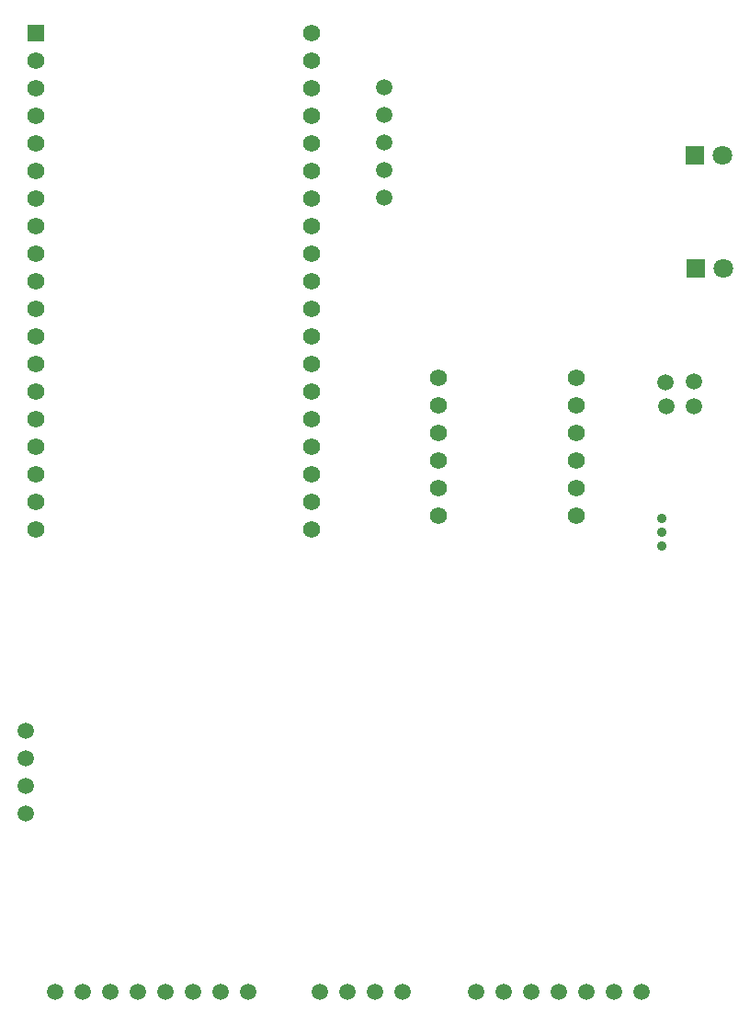
<source format=gbr>
%TF.GenerationSoftware,KiCad,Pcbnew,9.0.0*%
%TF.CreationDate,2025-08-04T23:41:09+05:30*%
%TF.ProjectId,signalscope,7369676e-616c-4736-936f-70652e6b6963,rev?*%
%TF.SameCoordinates,Original*%
%TF.FileFunction,Soldermask,Bot*%
%TF.FilePolarity,Negative*%
%FSLAX46Y46*%
G04 Gerber Fmt 4.6, Leading zero omitted, Abs format (unit mm)*
G04 Created by KiCad (PCBNEW 9.0.0) date 2025-08-04 23:41:09*
%MOMM*%
%LPD*%
G01*
G04 APERTURE LIST*
%ADD10C,1.500000*%
%ADD11R,1.560000X1.560000*%
%ADD12C,1.560000*%
%ADD13R,1.800000X1.800000*%
%ADD14C,1.800000*%
%ADD15C,0.900000*%
G04 APERTURE END LIST*
D10*
%TO.C,TFT_display*%
X124282000Y-126250000D03*
X126822000Y-126250000D03*
X129362000Y-126250000D03*
X131902000Y-126250000D03*
X134442000Y-126250000D03*
X136982000Y-126250000D03*
X139522000Y-126250000D03*
X142062000Y-126250000D03*
X148690000Y-126250000D03*
X151230000Y-126250000D03*
X153770000Y-126250000D03*
X156300000Y-126250000D03*
%TD*%
D11*
%TO.C,ESP32_WROOM_DEVKIT*%
X122500000Y-37970000D03*
D12*
X122500000Y-40510000D03*
X122500000Y-43050000D03*
X122500000Y-45590000D03*
X122500000Y-48130000D03*
X122500000Y-50670000D03*
X122500000Y-53210000D03*
X122500000Y-55750000D03*
X122500000Y-58290000D03*
X122500000Y-60830000D03*
X122500000Y-63370000D03*
X122500000Y-65910000D03*
X122500000Y-68450000D03*
X122500000Y-70990000D03*
X122500000Y-73530000D03*
X122500000Y-76070000D03*
X122500000Y-78610000D03*
X122500000Y-81150000D03*
X122500000Y-83690000D03*
X147900000Y-37970000D03*
X147900000Y-40510000D03*
X147900000Y-43050000D03*
X147900000Y-45590000D03*
X147900000Y-48130000D03*
X147900000Y-50670000D03*
X147900000Y-53210000D03*
X147900000Y-55750000D03*
X147900000Y-58290000D03*
X147900000Y-60830000D03*
X147900000Y-63370000D03*
X147900000Y-65910000D03*
X147900000Y-68450000D03*
X147900000Y-70990000D03*
X147900000Y-73530000D03*
X147900000Y-76070000D03*
X147900000Y-78610000D03*
X147900000Y-81150000D03*
X147900000Y-83690000D03*
%TD*%
D10*
%TO.C,MAX98357a*%
X163090000Y-126250000D03*
X165630000Y-126250000D03*
X168170000Y-126250000D03*
X170710000Y-126250000D03*
X173250000Y-126250000D03*
X175790000Y-126250000D03*
X178330000Y-126250000D03*
%TD*%
D12*
%TO.C,ICM20948*%
X159600000Y-69690000D03*
X159600000Y-72230000D03*
X159600000Y-74770000D03*
X159600000Y-77310000D03*
X159600000Y-79850000D03*
X159600000Y-82390000D03*
X172300000Y-69690000D03*
X172300000Y-72230000D03*
X172300000Y-74770000D03*
X172300000Y-77310000D03*
X172300000Y-79850000D03*
X172300000Y-82390000D03*
%TD*%
D10*
%TO.C,NEO6M*%
X121624000Y-102218000D03*
X121624000Y-104758000D03*
X121624000Y-107298000D03*
X121624000Y-109838000D03*
%TD*%
D13*
%TO.C,D2*%
X183280000Y-59675000D03*
D14*
X185820000Y-59675000D03*
%TD*%
D10*
%TO.C,U4*%
X180587500Y-72375000D03*
X180562500Y-70125000D03*
X183137500Y-70025000D03*
X183127500Y-72375000D03*
%TD*%
D15*
%TO.C,U7*%
X180225000Y-85225000D03*
X180225000Y-82715000D03*
X180225000Y-83975000D03*
%TD*%
D13*
%TO.C,D3*%
X183235000Y-49200000D03*
D14*
X185775000Y-49200000D03*
%TD*%
D10*
%TO.C,DS1307_RTC*%
X154650000Y-42970000D03*
X154650000Y-45510000D03*
X154650000Y-48050000D03*
X154650000Y-50590000D03*
X154650000Y-53130000D03*
%TD*%
M02*

</source>
